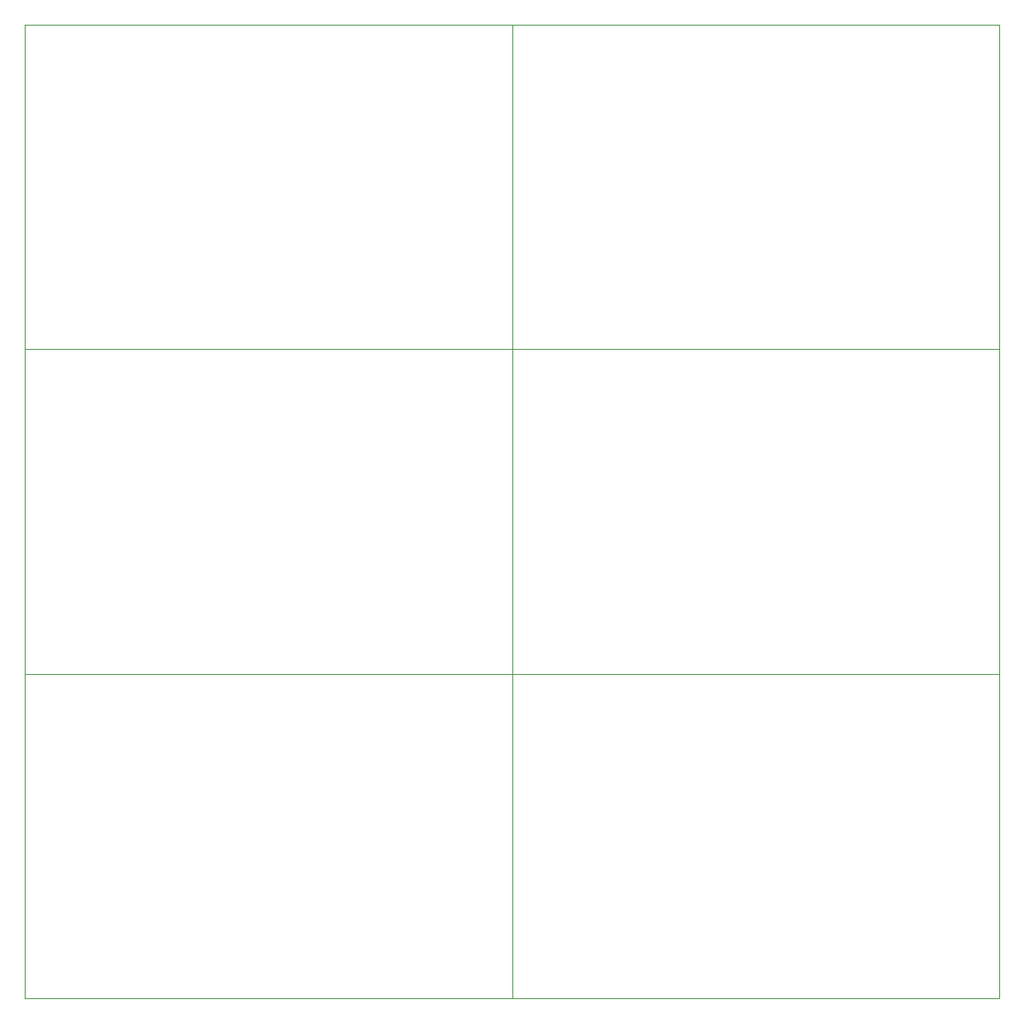
<source format=gbr>
%TF.GenerationSoftware,KiCad,Pcbnew,(6.0.1)*%
%TF.CreationDate,2022-02-17T17:48:38+01:00*%
%TF.ProjectId,365modPanel,3336356d-6f64-4506-916e-656c2e6b6963,rev?*%
%TF.SameCoordinates,Original*%
%TF.FileFunction,Profile,NP*%
%FSLAX46Y46*%
G04 Gerber Fmt 4.6, Leading zero omitted, Abs format (unit mm)*
G04 Created by KiCad (PCBNEW (6.0.1)) date 2022-02-17 17:48:38*
%MOMM*%
%LPD*%
G01*
G04 APERTURE LIST*
%TA.AperFunction,Profile*%
%ADD10C,0.100000*%
%TD*%
G04 APERTURE END LIST*
D10*
X119750000Y-55200000D02*
X169750000Y-55200000D01*
X169750000Y-55200000D02*
X169750000Y-88500000D01*
X169750000Y-88500000D02*
X119750000Y-88500000D01*
X119750000Y-88500000D02*
X119750000Y-55200000D01*
X69750000Y-88500000D02*
X119750000Y-88500000D01*
X119750000Y-88500000D02*
X119750000Y-121800000D01*
X119750000Y-121800000D02*
X69750000Y-121800000D01*
X69750000Y-121800000D02*
X69750000Y-88500000D01*
X119750000Y-121800000D02*
X169750000Y-121800000D01*
X169750000Y-121800000D02*
X169750000Y-155100000D01*
X169750000Y-155100000D02*
X119750000Y-155100000D01*
X119750000Y-155100000D02*
X119750000Y-121800000D01*
X119750000Y-88500000D02*
X169750000Y-88500000D01*
X169750000Y-88500000D02*
X169750000Y-121800000D01*
X169750000Y-121800000D02*
X119750000Y-121800000D01*
X119750000Y-121800000D02*
X119750000Y-88500000D01*
X69750000Y-55200000D02*
X119750000Y-55200000D01*
X119750000Y-55200000D02*
X119750000Y-88500000D01*
X119750000Y-88500000D02*
X69750000Y-88500000D01*
X69750000Y-88500000D02*
X69750000Y-55200000D01*
X69750000Y-121800000D02*
X119750000Y-121800000D01*
X119750000Y-121800000D02*
X119750000Y-155100000D01*
X119750000Y-155100000D02*
X69750000Y-155100000D01*
X69750000Y-155100000D02*
X69750000Y-121800000D01*
M02*

</source>
